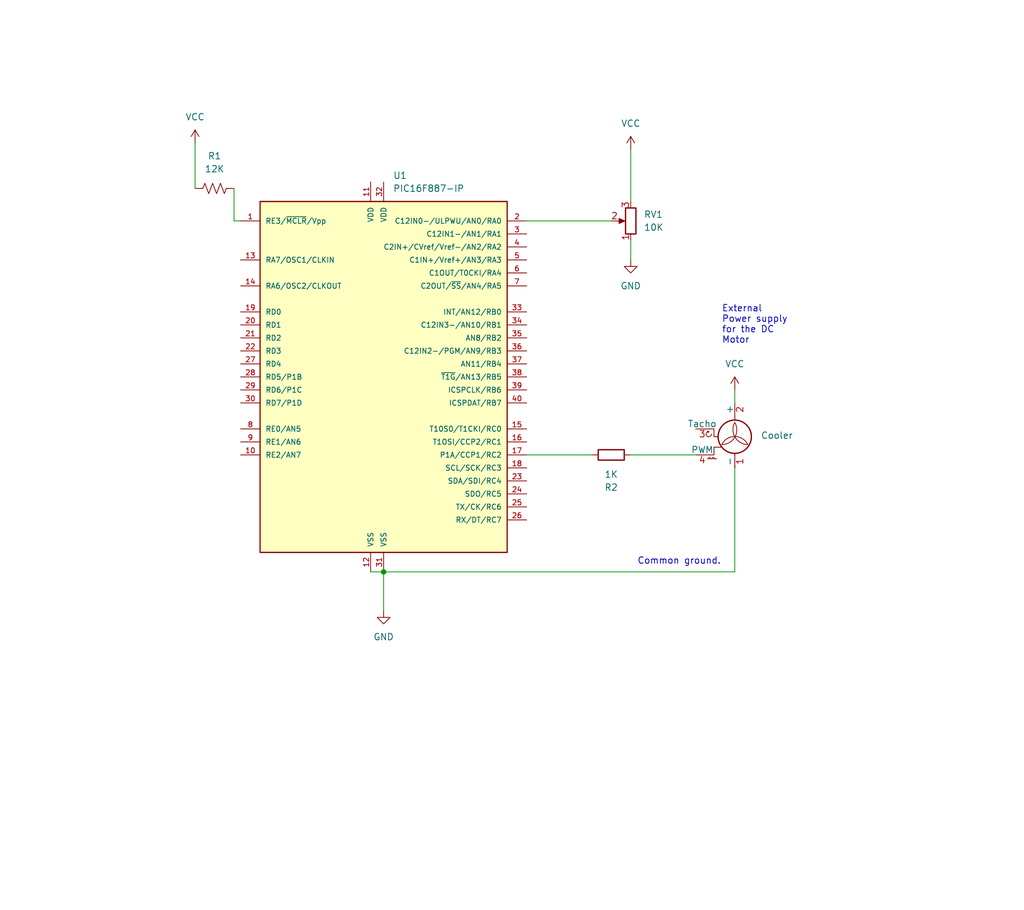
<source format=kicad_sch>
(kicad_sch (version 20230121) (generator eeschema)
  (paper "User" 200 177.8)
  (title_block (title "Cooler Speed Controll with PIC16F887 (PDW and ADC)") (company "Ricardo Lima Caratti"))
  (lib_symbols
    (symbol "Device:R" (pin_numbers hide) (pin_names (offset 0))
      (property "Reference" "R" (at 2.032 0 90))
      (property "Value" "R" (at 0 0 90))
      (symbol "R_0_1"
        (rectangle (start -1.016 -2.54) (end 1.016 2.54) (stroke (width 0.254)))
      )
      (symbol "R_1_1"
        (pin passive line (at 0 3.81 270) (length 1.27) (name "~") (number "1"))
        (pin passive line (at 0 -3.81 90) (length 1.27) (name "~") (number "2"))
      )
    )
    (symbol "Device:R_Potentiometer" (pin_names (offset 1.016) hide)
      (property "Reference" "RV" (at -4.445 0 90))
      (property "Value" "R_Potentiometer" (at -2.54 0 90))
      (symbol "R_Potentiometer_0_1"
        (polyline (pts (xy 2.54 0) (xy 1.524 0)))
        (polyline (pts (xy 1.143 0) (xy 2.286 0.508) (xy 2.286 -0.508) (xy 1.143 0)) (fill (type outline)))
        (rectangle (start 1.016 2.54) (end -1.016 -2.54) (stroke (width 0.254)))
      )
      (symbol "R_Potentiometer_1_1"
        (pin passive line (at 0 3.81 270) (length 1.27) (name "1") (number "1"))
        (pin passive line (at 3.81 0 180) (length 1.27) (name "2") (number "2"))
        (pin passive line (at 0 -3.81 90) (length 1.27) (name "3") (number "3"))
      )
    )
    (symbol "Device:R_US" (pin_numbers hide) (pin_names (offset 0))
      (property "Reference" "R" (at 2.54 0 90))
      (property "Value" "R_US" (at -2.54 0 90))
      (symbol "R_US_0_1"
        (polyline (pts (xy 0 -2.286) (xy 0 -2.54)))
        (polyline (pts (xy 0 2.286) (xy 0 2.54)))
        (polyline (pts (xy 0 -0.762) (xy 1.016 -1.143) (xy 0 -1.524) (xy -1.016 -1.905) (xy 0 -2.286)))
        (polyline (pts (xy 0 0.762) (xy 1.016 0.381) (xy 0 0) (xy -1.016 -0.381) (xy 0 -0.762)))
        (polyline (pts (xy 0 2.286) (xy 1.016 1.905) (xy 0 1.524) (xy -1.016 1.143) (xy 0 0.762)))
      )
      (symbol "R_US_1_1"
        (pin passive line (at 0 3.81 270) (length 1.27) (name "~") (number "1"))
        (pin passive line (at 0 -3.81 90) (length 1.27) (name "~") (number "2"))
      )
    )
    (symbol "MCU_Microchip_PIC16:PIC16F887-IP" (pin_names (offset 1.016))
      (property "Reference" "U" (at 6.35 38.1 0))
      (property "Value" "PIC16F887-IP" (at 6.35 35.56 0))
      (symbol "PIC16F887-IP_0_1"
        (rectangle (start -24.13 -34.29) (end 24.13 34.29) (stroke (width 0.254)) (fill (type background)))
      )
      (symbol "PIC16F887-IP_1_1"
        (pin input line (at -27.94 30.48 0) (length 3.81) (name "RE3/~{MCLR}/Vpp") (number "1"))
        (pin bidirectional line (at -27.94 -15.24 0) (length 3.81) (name "RE2/AN7") (number "10"))
        (pin power_in line (at -2.54 38.1 270) (length 3.81) (name "VDD") (number "11"))
        (pin power_in line (at -2.54 -38.1 90) (length 3.81) (name "VSS") (number "12"))
        (pin bidirectional line (at -27.94 22.86 0) (length 3.81) (name "RA7/OSC1/CLKIN") (number "13"))
        (pin bidirectional line (at -27.94 17.78 0) (length 3.81) (name "RA6/OSC2/CLKOUT") (number "14"))
        (pin bidirectional line (at 27.94 -10.16 180) (length 3.81) (name "T10S0/T1CKI/RC0") (number "15"))
        (pin bidirectional line (at 27.94 -12.7 180) (length 3.81) (name "T1OSI/CCP2/RC1") (number "16"))
        (pin bidirectional line (at 27.94 -15.24 180) (length 3.81) (name "P1A/CCP1/RC2") (number "17"))
        (pin bidirectional line (at 27.94 -17.78 180) (length 3.81) (name "SCL/SCK/RC3") (number "18"))
        (pin bidirectional line (at -27.94 12.7 0) (length 3.81) (name "RD0") (number "19"))
        (pin bidirectional line (at 27.94 30.48 180) (length 3.81) (name "C12IN0-/ULPWU/AN0/RA0") (number "2"))
        (pin bidirectional line (at -27.94 10.16 0) (length 3.81) (name "RD1") (number "20"))
        (pin bidirectional line (at -27.94 7.62 0) (length 3.81) (name "RD2") (number "21"))
        (pin bidirectional line (at -27.94 5.08 0) (length 3.81) (name "RD3") (number "22"))
        (pin bidirectional line (at 27.94 -20.32 180) (length 3.81) (name "SDA/SDI/RC4") (number "23"))
        (pin bidirectional line (at 27.94 -22.86 180) (length 3.81) (name "SDO/RC5") (number "24"))
        (pin bidirectional line (at 27.94 -25.4 180) (length 3.81) (name "TX/CK/RC6") (number "25"))
        (pin bidirectional line (at 27.94 -27.94 180) (length 3.81) (name "RX/DT/RC7") (number "26"))
        (pin bidirectional line (at -27.94 2.54 0) (length 3.81) (name "RD4") (number "27"))
        (pin bidirectional line (at -27.94 0 0) (length 3.81) (name "RD5/P1B") (number "28"))
        (pin bidirectional line (at -27.94 -2.54 0) (length 3.81) (name "RD6/P1C") (number "29"))
        (pin bidirectional line (at 27.94 27.94 180) (length 3.81) (name "C12IN1-/AN1/RA1") (number "3"))
        (pin bidirectional line (at -27.94 -5.08 0) (length 3.81) (name "RD7/P1D") (number "30"))
        (pin power_in line (at 0 -38.1 90) (length 3.81) (name "VSS") (number "31"))
        (pin power_in line (at 0 38.1 270) (length 3.81) (name "VDD") (number "32"))
        (pin bidirectional line (at 27.94 12.7 180) (length 3.81) (name "INT/AN12/RB0") (number "33"))
        (pin bidirectional line (at 27.94 10.16 180) (length 3.81) (name "C12IN3-/AN10/RB1") (number "34"))
        (pin bidirectional line (at 27.94 7.62 180) (length 3.81) (name "AN8/RB2") (number "35"))
        (pin bidirectional line (at 27.94 5.08 180) (length 3.81) (name "C12IN2-/PGM/AN9/RB3") (number "36"))
        (pin bidirectional line (at 27.94 2.54 180) (length 3.81) (name "AN11/RB4") (number "37"))
        (pin bidirectional line (at 27.94 0 180) (length 3.81) (name "~{T1G}/AN13/RB5") (number "38"))
        (pin bidirectional line (at 27.94 -2.54 180) (length 3.81) (name "ICSPCLK/RB6") (number "39"))
        (pin bidirectional line (at 27.94 25.4 180) (length 3.81) (name "C2IN+/CVref/Vref-/AN2/RA2") (number "4"))
        (pin bidirectional line (at 27.94 -5.08 180) (length 3.81) (name "ICSPDAT/RB7") (number "40"))
        (pin bidirectional line (at 27.94 22.86 180) (length 3.81) (name "C1IN+/Vref+/AN3/RA3") (number "5"))
        (pin bidirectional line (at 27.94 20.32 180) (length 3.81) (name "C1OUT/T0CKI/RA4") (number "6"))
        (pin bidirectional line (at 27.94 17.78 180) (length 3.81) (name "C2OUT/~{SS}/AN4/RA5") (number "7"))
        (pin bidirectional line (at -27.94 -10.16 0) (length 3.81) (name "RE0/AN5") (number "8"))
        (pin bidirectional line (at -27.94 -12.7 0) (length 3.81) (name "RE1/AN6") (number "9"))
      )
    )
    (symbol "Motor:Fan_4pin" (pin_names (offset 0))
      (property "Reference" "M" (at 2.54 5.08 0))
      (property "Value" "Fan_4pin" (at 2.54 -2.54 0))
      (symbol "Fan_4pin_0_0"
        (arc (start -5.588 1.524) (mid -5.08 1.0182) (end -4.572 1.524))
        (arc (start -5.08 2.032) (mid -5.4392 1.8832) (end -5.588 1.524))
        (polyline (pts (xy -5.08 2.032) (xy -5.334 2.159)))
        (polyline (pts (xy -5.08 2.032) (xy -5.207 1.778)))
        (polyline (pts (xy -4.064 2.54) (xy -4.064 1.016) (xy -3.302 1.016)))
      )
      (symbol "Fan_4pin_0_1"
        (arc (start -2.54 -0.508) (mid 0.0028 0.9121) (end 0 3.81))
        (polyline (pts (xy -4.064 2.54) (xy -5.08 2.54)))
        (polyline (pts (xy 0 -5.08) (xy 0 -4.572)))
        (polyline (pts (xy 0 -2.2352) (xy 0 -2.6416)))
        (polyline (pts (xy 0 4.2672) (xy 0 4.6228)))
        (polyline (pts (xy 0 4.572) (xy 0 5.08)))
        (polyline (pts (xy -2.54 -1.016) (xy -4.064 -1.016) (xy -4.064 -2.54) (xy -5.08 -2.54)))
        (polyline (pts (xy -5.334 -3.302) (xy -5.08 -3.302) (xy -5.08 -3.048) (xy -4.826 -3.048) (xy -4.826 -3.302) (xy -4.318 -3.302) (xy -4.318 -3.048) (xy -4.064 -3.048) (xy -4.064 -3.302) (xy -3.556 -3.302)))
        (circle (center 0 1.016) (radius 3.2512) (stroke (width 0.254)))
        (arc (start 0 3.81) (mid 0.053 0.921) (end 2.54 -0.508))
        (arc (start 2.54 -0.508) (mid 0 1.0618) (end -2.54 -0.508))
      )
      (symbol "Fan_4pin_1_1"
        (pin passive line (at 0 -5.08 90) (length 2.54) (name "-") (number "1"))
        (pin passive line (at 0 7.62 270) (length 2.54) (name "+") (number "2"))
        (pin passive line (at -7.62 2.54 0) (length 2.54) (name "Tacho") (number "3"))
        (pin input line (at -7.62 -2.54 0) (length 2.54) (name "PWM") (number "4"))
      )
    )
    (symbol "power:GND" (power) (pin_names (offset 0))
      (property "Value" "GND" (at 0 -3.81 0))
      (symbol "GND_0_1"
        (polyline (pts (xy 0 0) (xy 0 -1.27) (xy 1.27 -1.27) (xy 0 -2.54) (xy -1.27 -1.27) (xy 0 -1.27)))
      )
      (symbol "GND_1_1"
        (pin power_in line (at 0 0 270) (length 0) hide (name "GND") (number "1"))
      )
    )
    (symbol "power:VCC" (power) (pin_names (offset 0))
      (property "Value" "VCC" (at 0 3.81 0))
      (symbol "VCC_0_1"
        (polyline (pts (xy -0.762 1.27) (xy 0 2.54)))
        (polyline (pts (xy 0 0) (xy 0 2.54)))
        (polyline (pts (xy 0 2.54) (xy 0.762 1.27)))
      )
      (symbol "VCC_1_1"
        (pin power_in line (at 0 0 90) (length 0) hide (name "VCC") (number "1"))
      )
    )
  )
  (junction (at 74.93 111.76))
  (wire (pts (xy 38.1 27.94) (xy 38.1 36.83)))
  (wire (pts (xy 102.87 88.9) (xy 115.57 88.9)))
  (wire (pts (xy 143.51 76.2) (xy 143.51 78.74)))
  (wire (pts (xy 74.93 111.76) (xy 74.93 119.38)))
  (wire (pts (xy 74.93 111.76) (xy 143.51 111.76)))
  (wire (pts (xy 123.19 88.9) (xy 135.89 88.9)))
  (wire (pts (xy 102.87 43.18) (xy 119.38 43.18)))
  (wire (pts (xy 72.39 111.76) (xy 74.93 111.76)))
  (wire (pts (xy 143.51 91.44) (xy 143.51 111.76)))
  (wire (pts (xy 45.72 36.83) (xy 45.72 43.18)))
  (wire (pts (xy 123.19 29.21) (xy 123.19 39.37)))
  (wire (pts (xy 45.72 43.18) (xy 46.99 43.18)))
  (wire (pts (xy 123.19 46.99) (xy 123.19 50.8)))
  (text "Common ground." (at 124.46 110.49 0) (effects (font (size 1.27 1.27)) (justify left bottom)))
  (text "External\nPower supply\nfor the DC \nMotor" (at 140.97 67.31 0) (effects (font (size 1.27 1.27)) (justify left bottom)))
  (symbol (lib_id "power:VCC") (at 143.51 76.2 0) (unit 1)
    (property "Reference" "#12V02" (effects hide))
    (property "Value" "VCC" (at 143.51 71.12 0))
  )
  (symbol (lib_id "power:VCC") (at 123.19 29.21 0) (unit 1)
    (property "Reference" "#12V03" (effects hide))
    (property "Value" "VCC" (at 123.19 24.13 0))
  )
  (symbol (lib_id "Device:R_US") (at 41.91 36.83 90) (unit 1)
    (property "Reference" "R1" (at 41.91 30.48 90))
    (property "Value" "12K" (at 41.91 33.02 90))
  )
  (symbol (lib_id "power:GND") (at 123.19 50.8 0) (unit 1)
    (property "Reference" "#PWR01" (effects hide))
    (property "Value" "GND" (at 123.19 55.88 0))
  )
  (symbol (lib_id "MCU_Microchip_PIC16:PIC16F887-IP") (at 74.93 73.66 0) (unit 1)
    (property "Reference" "U1" (at 76.7589 34.29 0) (effects (justify left)))
    (property "Value" "PIC16F887-IP" (at 76.7589 36.83 0) (effects (justify left)))
    (property "Datasheet" "http://ww1.microchip.com/downloads/en/DeviceDoc/41291D.pdf" (effects hide))
  )
  (symbol (lib_id "power:GND") (at 74.93 119.38 0) (unit 1)
    (property "Reference" "#PWR03" (effects hide))
    (property "Value" "GND" (at 74.93 124.46 0))
  )
  (symbol (lib_id "Device:R") (at 119.38 88.9 90) (unit 1)
    (property "Reference" "R2" (at 119.38 95.25 90))
    (property "Value" "1K" (at 119.38 92.71 90))
  )
  (symbol (lib_id "power:VCC") (at 38.1 27.94 0) (unit 1)
    (property "Reference" "#12V01" (effects hide))
    (property "Value" "VCC" (at 38.1 22.86 0))
  )
  (symbol (lib_id "Motor:Fan_4pin") (at 143.51 86.36 0) (unit 1)
    (property "Reference" "Cooler" (at 148.59 85.09 0) (effects (justify left)))
    (property "Datasheet" "http://www.formfactors.org/developer%5Cspecs%5Crev1_2_public.pdf" (effects hide))
  )
  (symbol (lib_id "Device:R_Potentiometer") (at 123.19 43.18 180) (unit 1)
    (property "Reference" "RV1" (at 125.73 41.91 0) (effects (justify right)))
    (property "Value" "10K" (at 125.73 44.45 0) (effects (justify right)))
  )
)
</source>
